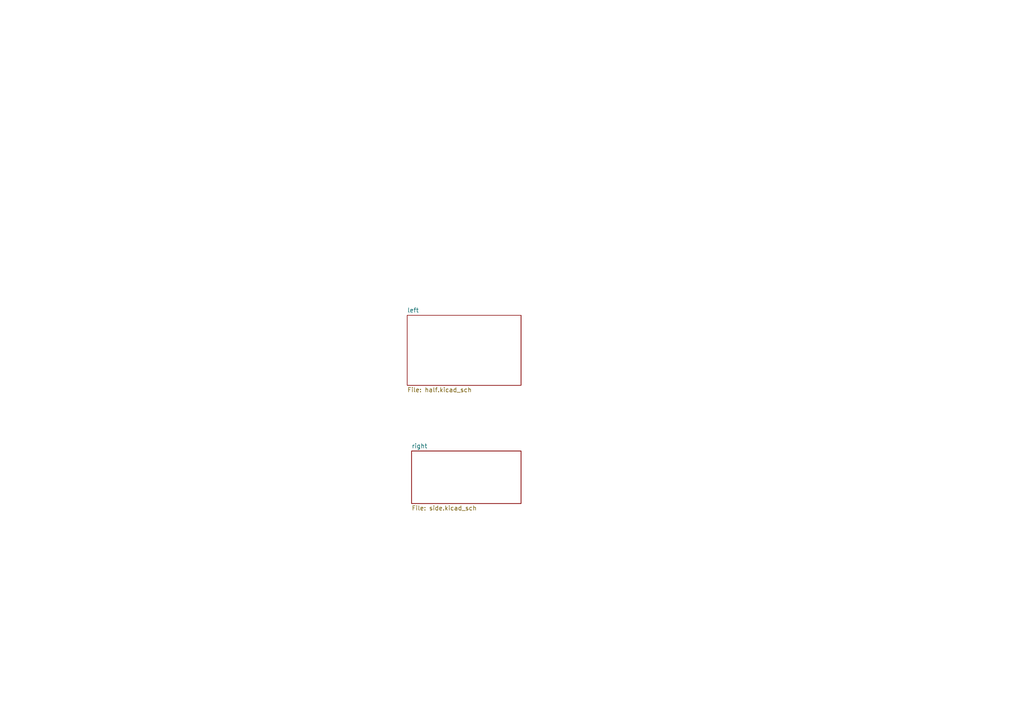
<source format=kicad_sch>
(kicad_sch
	(version 20250114)
	(generator "eeschema")
	(generator_version "9.0")
	(uuid "ff913b3b-26d5-40a9-9a21-46e660b1c70e")
	(paper "A4")
	(lib_symbols)
	(sheet
		(at 119.38 130.81)
		(size 31.75 15.24)
		(exclude_from_sim no)
		(in_bom yes)
		(on_board yes)
		(dnp no)
		(fields_autoplaced yes)
		(stroke
			(width 0.1524)
			(type solid)
		)
		(fill
			(color 0 0 0 0.0000)
		)
		(uuid "0fc58fe7-3509-4412-ba19-52574beb712a")
		(property "Sheetname" "right"
			(at 119.38 130.0984 0)
			(effects
				(font
					(size 1.27 1.27)
				)
				(justify left bottom)
			)
		)
		(property "Sheetfile" "side.kicad_sch"
			(at 119.38 146.6346 0)
			(effects
				(font
					(size 1.27 1.27)
				)
				(justify left top)
			)
		)
		(instances
			(project "SplitKeyboard"
				(path "/ff913b3b-26d5-40a9-9a21-46e660b1c70e"
					(page "3")
				)
			)
		)
	)
	(sheet
		(at 118.11 91.44)
		(size 33.02 20.32)
		(exclude_from_sim no)
		(in_bom yes)
		(on_board yes)
		(dnp no)
		(fields_autoplaced yes)
		(stroke
			(width 0.1524)
			(type solid)
		)
		(fill
			(color 0 0 0 0.0000)
		)
		(uuid "ced111bd-f975-4b4c-afae-9f2a474e321c")
		(property "Sheetname" "left"
			(at 118.11 90.7284 0)
			(effects
				(font
					(size 1.27 1.27)
				)
				(justify left bottom)
			)
		)
		(property "Sheetfile" "half.kicad_sch"
			(at 118.11 112.3446 0)
			(effects
				(font
					(size 1.27 1.27)
				)
				(justify left top)
			)
		)
		(instances
			(project "SplitKeyboard"
				(path "/ff913b3b-26d5-40a9-9a21-46e660b1c70e"
					(page "2")
				)
			)
		)
	)
	(sheet_instances
		(path "/"
			(page "1")
		)
	)
	(embedded_fonts no)
)

</source>
